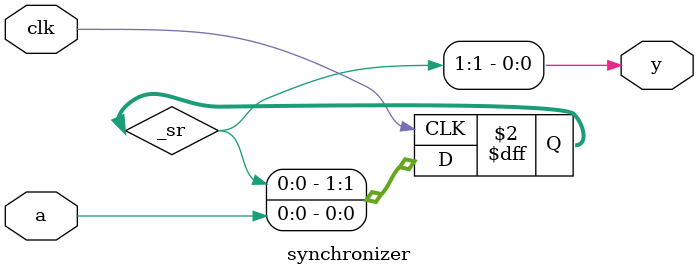
<source format=v>
module synchronizer(
    clk,
    a,
    y
);

input  wire clk;
input  wire a;
output wire y;

reg [1:0] _sr;

assign y = _sr[1];

always @(posedge clk)
begin: bhv_y
    _sr[0] <= a;
    _sr[1] <= _sr[0];
end

endmodule

</source>
